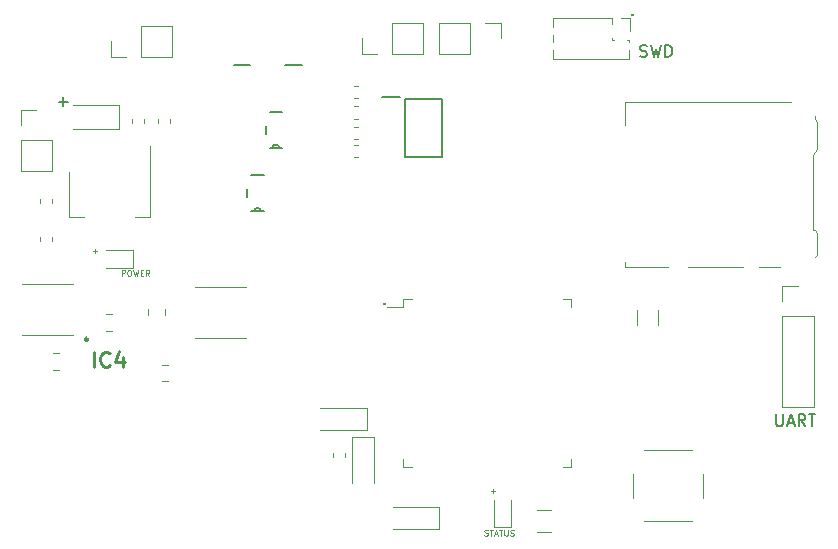
<source format=gbr>
G04 #@! TF.GenerationSoftware,KiCad,Pcbnew,(5.1.4)-1*
G04 #@! TF.CreationDate,2020-07-14T01:04:40+01:00*
G04 #@! TF.ProjectId,F7_100pin,46375f31-3030-4706-996e-2e6b69636164,rev?*
G04 #@! TF.SameCoordinates,Original*
G04 #@! TF.FileFunction,Legend,Top*
G04 #@! TF.FilePolarity,Positive*
%FSLAX46Y46*%
G04 Gerber Fmt 4.6, Leading zero omitted, Abs format (unit mm)*
G04 Created by KiCad (PCBNEW (5.1.4)-1) date 2020-07-14 01:04:40*
%MOMM*%
%LPD*%
G04 APERTURE LIST*
%ADD10C,0.150000*%
%ADD11C,0.075000*%
%ADD12C,0.017500*%
%ADD13C,0.050000*%
%ADD14C,0.120000*%
%ADD15C,0.250000*%
%ADD16C,0.152400*%
%ADD17C,0.200000*%
%ADD18C,0.100000*%
%ADD19C,0.254000*%
G04 APERTURE END LIST*
D10*
X115500000Y-21057142D02*
X115547619Y-21104761D01*
X115500000Y-21152380D01*
X115452380Y-21104761D01*
X115500000Y-21057142D01*
X115500000Y-21152380D01*
X94500000Y-45557142D02*
X94547619Y-45604761D01*
X94500000Y-45652380D01*
X94452380Y-45604761D01*
X94500000Y-45557142D01*
X94500000Y-45652380D01*
D11*
X69809523Y-41135714D02*
X70190476Y-41135714D01*
X70000000Y-41326190D02*
X70000000Y-40945238D01*
D12*
X103509523Y-61435714D02*
X103890476Y-61435714D01*
X103700000Y-61626190D02*
X103700000Y-61245238D01*
D10*
X66919047Y-28471428D02*
X67680952Y-28471428D01*
X67300000Y-28852380D02*
X67300000Y-28090476D01*
D13*
X102961904Y-65202380D02*
X103033333Y-65226190D01*
X103152380Y-65226190D01*
X103200000Y-65202380D01*
X103223809Y-65178571D01*
X103247619Y-65130952D01*
X103247619Y-65083333D01*
X103223809Y-65035714D01*
X103200000Y-65011904D01*
X103152380Y-64988095D01*
X103057142Y-64964285D01*
X103009523Y-64940476D01*
X102985714Y-64916666D01*
X102961904Y-64869047D01*
X102961904Y-64821428D01*
X102985714Y-64773809D01*
X103009523Y-64750000D01*
X103057142Y-64726190D01*
X103176190Y-64726190D01*
X103247619Y-64750000D01*
X103390476Y-64726190D02*
X103676190Y-64726190D01*
X103533333Y-65226190D02*
X103533333Y-64726190D01*
X103819047Y-65083333D02*
X104057142Y-65083333D01*
X103771428Y-65226190D02*
X103938095Y-64726190D01*
X104104761Y-65226190D01*
X104200000Y-64726190D02*
X104485714Y-64726190D01*
X104342857Y-65226190D02*
X104342857Y-64726190D01*
X104652380Y-64726190D02*
X104652380Y-65130952D01*
X104676190Y-65178571D01*
X104700000Y-65202380D01*
X104747619Y-65226190D01*
X104842857Y-65226190D01*
X104890476Y-65202380D01*
X104914285Y-65178571D01*
X104938095Y-65130952D01*
X104938095Y-64726190D01*
X105152380Y-65202380D02*
X105223809Y-65226190D01*
X105342857Y-65226190D01*
X105390476Y-65202380D01*
X105414285Y-65178571D01*
X105438095Y-65130952D01*
X105438095Y-65083333D01*
X105414285Y-65035714D01*
X105390476Y-65011904D01*
X105342857Y-64988095D01*
X105247619Y-64964285D01*
X105200000Y-64940476D01*
X105176190Y-64916666D01*
X105152380Y-64869047D01*
X105152380Y-64821428D01*
X105176190Y-64773809D01*
X105200000Y-64750000D01*
X105247619Y-64726190D01*
X105366666Y-64726190D01*
X105438095Y-64750000D01*
X72245238Y-43226190D02*
X72245238Y-42726190D01*
X72435714Y-42726190D01*
X72483333Y-42750000D01*
X72507142Y-42773809D01*
X72530952Y-42821428D01*
X72530952Y-42892857D01*
X72507142Y-42940476D01*
X72483333Y-42964285D01*
X72435714Y-42988095D01*
X72245238Y-42988095D01*
X72840476Y-42726190D02*
X72935714Y-42726190D01*
X72983333Y-42750000D01*
X73030952Y-42797619D01*
X73054761Y-42892857D01*
X73054761Y-43059523D01*
X73030952Y-43154761D01*
X72983333Y-43202380D01*
X72935714Y-43226190D01*
X72840476Y-43226190D01*
X72792857Y-43202380D01*
X72745238Y-43154761D01*
X72721428Y-43059523D01*
X72721428Y-42892857D01*
X72745238Y-42797619D01*
X72792857Y-42750000D01*
X72840476Y-42726190D01*
X73221428Y-42726190D02*
X73340476Y-43226190D01*
X73435714Y-42869047D01*
X73530952Y-43226190D01*
X73650000Y-42726190D01*
X73840476Y-42964285D02*
X74007142Y-42964285D01*
X74078571Y-43226190D02*
X73840476Y-43226190D01*
X73840476Y-42726190D01*
X74078571Y-42726190D01*
X74578571Y-43226190D02*
X74411904Y-42988095D01*
X74292857Y-43226190D02*
X74292857Y-42726190D01*
X74483333Y-42726190D01*
X74530952Y-42750000D01*
X74554761Y-42773809D01*
X74578571Y-42821428D01*
X74578571Y-42892857D01*
X74554761Y-42940476D01*
X74530952Y-42964285D01*
X74483333Y-42988095D01*
X74292857Y-42988095D01*
D10*
X116142857Y-24654761D02*
X116285714Y-24702380D01*
X116523809Y-24702380D01*
X116619047Y-24654761D01*
X116666666Y-24607142D01*
X116714285Y-24511904D01*
X116714285Y-24416666D01*
X116666666Y-24321428D01*
X116619047Y-24273809D01*
X116523809Y-24226190D01*
X116333333Y-24178571D01*
X116238095Y-24130952D01*
X116190476Y-24083333D01*
X116142857Y-23988095D01*
X116142857Y-23892857D01*
X116190476Y-23797619D01*
X116238095Y-23750000D01*
X116333333Y-23702380D01*
X116571428Y-23702380D01*
X116714285Y-23750000D01*
X117047619Y-23702380D02*
X117285714Y-24702380D01*
X117476190Y-23988095D01*
X117666666Y-24702380D01*
X117904761Y-23702380D01*
X118285714Y-24702380D02*
X118285714Y-23702380D01*
X118523809Y-23702380D01*
X118666666Y-23750000D01*
X118761904Y-23845238D01*
X118809523Y-23940476D01*
X118857142Y-24130952D01*
X118857142Y-24273809D01*
X118809523Y-24464285D01*
X118761904Y-24559523D01*
X118666666Y-24654761D01*
X118523809Y-24702380D01*
X118285714Y-24702380D01*
X127654761Y-54952380D02*
X127654761Y-55761904D01*
X127702380Y-55857142D01*
X127750000Y-55904761D01*
X127845238Y-55952380D01*
X128035714Y-55952380D01*
X128130952Y-55904761D01*
X128178571Y-55857142D01*
X128226190Y-55761904D01*
X128226190Y-54952380D01*
X128654761Y-55666666D02*
X129130952Y-55666666D01*
X128559523Y-55952380D02*
X128892857Y-54952380D01*
X129226190Y-55952380D01*
X130130952Y-55952380D02*
X129797619Y-55476190D01*
X129559523Y-55952380D02*
X129559523Y-54952380D01*
X129940476Y-54952380D01*
X130035714Y-55000000D01*
X130083333Y-55047619D01*
X130130952Y-55142857D01*
X130130952Y-55285714D01*
X130083333Y-55380952D01*
X130035714Y-55428571D01*
X129940476Y-55476190D01*
X129559523Y-55476190D01*
X130416666Y-54952380D02*
X130988095Y-54952380D01*
X130702380Y-55952380D02*
X130702380Y-54952380D01*
D14*
X109610000Y-59410000D02*
X110310000Y-59410000D01*
X110310000Y-59410000D02*
X110310000Y-58710000D01*
X96790000Y-59410000D02*
X96090000Y-59410000D01*
X96090000Y-59410000D02*
X96090000Y-58710000D01*
X109610000Y-45190000D02*
X110310000Y-45190000D01*
X110310000Y-45190000D02*
X110310000Y-45890000D01*
X96790000Y-45190000D02*
X96090000Y-45190000D01*
X96090000Y-45190000D02*
X96090000Y-45890000D01*
X96090000Y-45890000D02*
X94725000Y-45890000D01*
X131135000Y-32495000D02*
X130785000Y-33005000D01*
X130935000Y-29985000D02*
X130935000Y-29725000D01*
X131135000Y-30185000D02*
X130935000Y-29985000D01*
X131135000Y-39585000D02*
X130935000Y-39375000D01*
X130785000Y-39375000D02*
X130935000Y-39375000D01*
X130785000Y-39375000D02*
X130785000Y-33005000D01*
X126175000Y-42475000D02*
X127975000Y-42475000D01*
X120175000Y-42475000D02*
X124875000Y-42475000D01*
X131135000Y-41445000D02*
X130935000Y-41645000D01*
X131135000Y-41445000D02*
X131135000Y-39585000D01*
X131135000Y-30185000D02*
X131135000Y-32495000D01*
X114865000Y-42475000D02*
X118475000Y-42475000D01*
X114865000Y-42025000D02*
X114865000Y-42475000D01*
X114865000Y-28505000D02*
X128875000Y-28505000D01*
X114865000Y-30425000D02*
X114865000Y-28505000D01*
X78446000Y-44146000D02*
X82754000Y-44146000D01*
X82754000Y-48454000D02*
X78446000Y-48454000D01*
X68154000Y-48254000D02*
X63846000Y-48254000D01*
X63846000Y-43946000D02*
X68154000Y-43946000D01*
D15*
X69390000Y-48610000D02*
G75*
G03X69390000Y-48610000I-125000J0D01*
G01*
D14*
X75641422Y-52160000D02*
X76158578Y-52160000D01*
X75641422Y-50740000D02*
X76158578Y-50740000D01*
X75910000Y-46558578D02*
X75910000Y-46041422D01*
X74490000Y-46558578D02*
X74490000Y-46041422D01*
X66958578Y-49790000D02*
X66441422Y-49790000D01*
X66958578Y-51210000D02*
X66441422Y-51210000D01*
X71458578Y-46490000D02*
X70941422Y-46490000D01*
X71458578Y-47910000D02*
X70941422Y-47910000D01*
X107397936Y-63090000D02*
X108602064Y-63090000D01*
X107397936Y-64910000D02*
X108602064Y-64910000D01*
X117660000Y-47352064D02*
X117660000Y-46147936D01*
X115840000Y-47352064D02*
X115840000Y-46147936D01*
X66310000Y-36737221D02*
X66310000Y-37062779D01*
X65290000Y-36737221D02*
X65290000Y-37062779D01*
X66310000Y-40262779D02*
X66310000Y-39937221D01*
X65290000Y-40262779D02*
X65290000Y-39937221D01*
X99110000Y-62765000D02*
X95200000Y-62765000D01*
X99110000Y-64635000D02*
X99110000Y-62765000D01*
X95200000Y-64635000D02*
X99110000Y-64635000D01*
X92988000Y-54437000D02*
X89078000Y-54437000D01*
X92988000Y-56307000D02*
X92988000Y-54437000D01*
X89078000Y-56307000D02*
X92988000Y-56307000D01*
X93645000Y-60782000D02*
X93645000Y-56872000D01*
X93645000Y-56872000D02*
X91775000Y-56872000D01*
X91775000Y-56872000D02*
X91775000Y-60782000D01*
X72050000Y-30800000D02*
X72050000Y-28800000D01*
X72050000Y-28800000D02*
X68150000Y-28800000D01*
X72050000Y-30800000D02*
X68150000Y-30800000D01*
X103765000Y-62200000D02*
X103765000Y-64485000D01*
X103765000Y-64485000D02*
X105235000Y-64485000D01*
X105235000Y-64485000D02*
X105235000Y-62200000D01*
X73185000Y-41065000D02*
X70900000Y-41065000D01*
X73185000Y-42535000D02*
X73185000Y-41065000D01*
X70900000Y-42535000D02*
X73185000Y-42535000D01*
X74110000Y-29937221D02*
X74110000Y-30262779D01*
X73090000Y-29937221D02*
X73090000Y-30262779D01*
X75290000Y-29937221D02*
X75290000Y-30262779D01*
X76310000Y-29937221D02*
X76310000Y-30262779D01*
X90168000Y-58582779D02*
X90168000Y-58257221D01*
X91188000Y-58582779D02*
X91188000Y-58257221D01*
D16*
X84054800Y-37774000D02*
G75*
G03X83445200Y-37774000I-304800J0D01*
G01*
X84054800Y-37774000D02*
X84283400Y-37774000D01*
X83445200Y-37774000D02*
X84054800Y-37774000D01*
X83216600Y-37774000D02*
X83445200Y-37774000D01*
X82886400Y-35919800D02*
X82886400Y-36580200D01*
X84283400Y-34726000D02*
X83216600Y-34726000D01*
X85833400Y-29376000D02*
X84766600Y-29376000D01*
X84436400Y-30569800D02*
X84436400Y-31230200D01*
X84766600Y-32424000D02*
X84995200Y-32424000D01*
X84995200Y-32424000D02*
X85604800Y-32424000D01*
X85604800Y-32424000D02*
X85833400Y-32424000D01*
X85604800Y-32424000D02*
G75*
G03X84995200Y-32424000I-304800J0D01*
G01*
D17*
X96200000Y-28250000D02*
X99400000Y-28250000D01*
X99400000Y-28250000D02*
X99400000Y-33150000D01*
X99400000Y-33150000D02*
X96200000Y-33150000D01*
X96200000Y-33150000D02*
X96200000Y-28250000D01*
X94325000Y-28120000D02*
X95850000Y-28120000D01*
X81717500Y-25410000D02*
X83101000Y-25410000D01*
X86099000Y-25410000D02*
X87482500Y-25410000D01*
D14*
X97770000Y-24444000D02*
X97770000Y-21784000D01*
X95170000Y-24444000D02*
X97770000Y-24444000D01*
X95170000Y-21784000D02*
X97770000Y-21784000D01*
X95170000Y-24444000D02*
X95170000Y-21784000D01*
X93900000Y-24444000D02*
X92570000Y-24444000D01*
X92570000Y-24444000D02*
X92570000Y-23114000D01*
X128170000Y-54350000D02*
X130830000Y-54350000D01*
X128170000Y-46670000D02*
X128170000Y-54350000D01*
X130830000Y-46670000D02*
X130830000Y-54350000D01*
X128170000Y-46670000D02*
X130830000Y-46670000D01*
X128170000Y-45400000D02*
X128170000Y-44070000D01*
X128170000Y-44070000D02*
X129500000Y-44070000D01*
X63694000Y-29150000D02*
X65024000Y-29150000D01*
X63694000Y-30480000D02*
X63694000Y-29150000D01*
X63694000Y-31750000D02*
X66354000Y-31750000D01*
X66354000Y-31750000D02*
X66354000Y-34350000D01*
X63694000Y-31750000D02*
X63694000Y-34350000D01*
X63694000Y-34350000D02*
X66354000Y-34350000D01*
X99130000Y-21784000D02*
X99130000Y-24444000D01*
X101730000Y-21784000D02*
X99130000Y-21784000D01*
X101730000Y-24444000D02*
X99130000Y-24444000D01*
X101730000Y-21784000D02*
X101730000Y-24444000D01*
X103000000Y-21784000D02*
X104330000Y-21784000D01*
X104330000Y-21784000D02*
X104330000Y-23114000D01*
X71314000Y-24698000D02*
X71314000Y-23368000D01*
X72644000Y-24698000D02*
X71314000Y-24698000D01*
X73914000Y-24698000D02*
X73914000Y-22038000D01*
X73914000Y-22038000D02*
X76514000Y-22038000D01*
X73914000Y-24698000D02*
X76514000Y-24698000D01*
X76514000Y-24698000D02*
X76514000Y-22038000D01*
X108725000Y-21370000D02*
X108725000Y-22192470D01*
X108725000Y-24077530D02*
X108725000Y-24900000D01*
X108725000Y-22807530D02*
X108725000Y-23462470D01*
X113740000Y-21370000D02*
X108725000Y-21370000D01*
X115195000Y-24900000D02*
X108725000Y-24900000D01*
X113740000Y-21370000D02*
X113740000Y-21936529D01*
X113740000Y-23063471D02*
X113740000Y-23206529D01*
X113793471Y-23260000D02*
X113936529Y-23260000D01*
X115063471Y-23260000D02*
X115195000Y-23260000D01*
X115195000Y-23260000D02*
X115195000Y-23462470D01*
X115195000Y-24077530D02*
X115195000Y-24900000D01*
X114500000Y-21370000D02*
X115260000Y-21370000D01*
X115260000Y-21370000D02*
X115260000Y-22500000D01*
X91937221Y-27190000D02*
X92262779Y-27190000D01*
X91937221Y-28210000D02*
X92262779Y-28210000D01*
X91937221Y-31610000D02*
X92262779Y-31610000D01*
X91937221Y-30590000D02*
X92262779Y-30590000D01*
X92262779Y-32190000D02*
X91937221Y-32190000D01*
X92262779Y-33210000D02*
X91937221Y-33210000D01*
X91937221Y-28890000D02*
X92262779Y-28890000D01*
X91937221Y-29910000D02*
X92262779Y-29910000D01*
D18*
X115500000Y-62000000D02*
X115500000Y-60000000D01*
X121500000Y-62000000D02*
X121500000Y-60000000D01*
X116500000Y-64000000D02*
X120500000Y-64000000D01*
X116500000Y-58000000D02*
X120500000Y-58000000D01*
D14*
X67790000Y-38210000D02*
X69050000Y-38210000D01*
X74610000Y-38210000D02*
X73350000Y-38210000D01*
X67790000Y-34450000D02*
X67790000Y-38210000D01*
X74610000Y-32200000D02*
X74610000Y-38210000D01*
D19*
X69900238Y-50934523D02*
X69900238Y-49664523D01*
X71230714Y-50813571D02*
X71170238Y-50874047D01*
X70988809Y-50934523D01*
X70867857Y-50934523D01*
X70686428Y-50874047D01*
X70565476Y-50753095D01*
X70505000Y-50632142D01*
X70444523Y-50390238D01*
X70444523Y-50208809D01*
X70505000Y-49966904D01*
X70565476Y-49845952D01*
X70686428Y-49725000D01*
X70867857Y-49664523D01*
X70988809Y-49664523D01*
X71170238Y-49725000D01*
X71230714Y-49785476D01*
X72319285Y-50087857D02*
X72319285Y-50934523D01*
X72016904Y-49604047D02*
X71714523Y-50511190D01*
X72500714Y-50511190D01*
M02*

</source>
